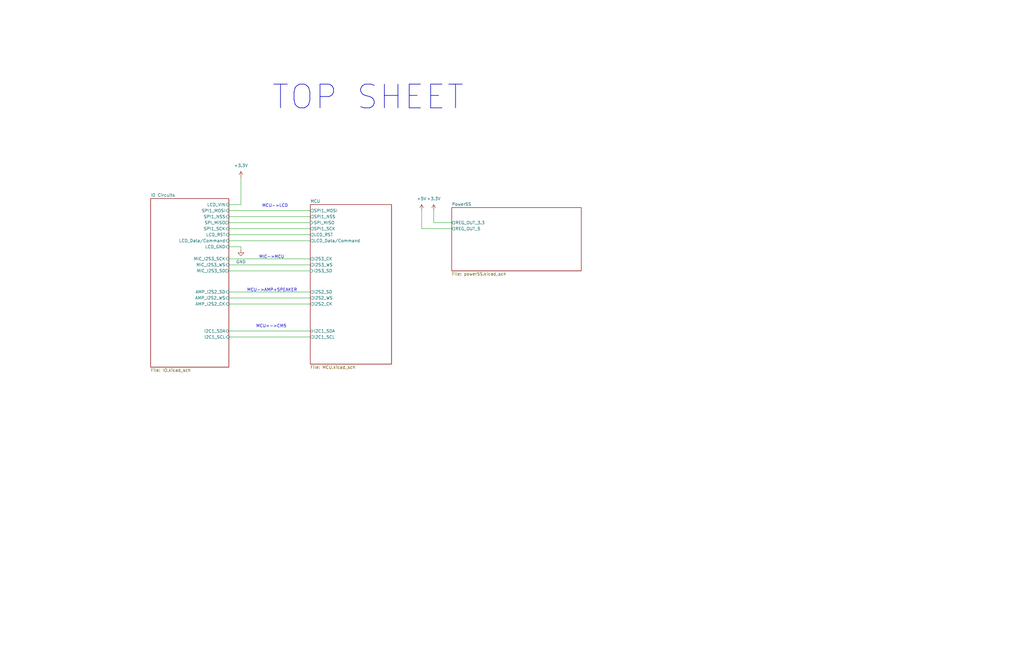
<source format=kicad_sch>
(kicad_sch (version 20211123) (generator eeschema)
  (paper "USLedger")
  (lib_symbols
    (symbol "power:+3.3V" (power) (pin_names (offset 0))
      (property "Value" "+3.3V" (at 0 3.556 0))
      (symbol "+3.3V_0_1"
        (polyline (pts (xy -0.762 1.27) (xy 0 2.54)))
        (polyline (pts (xy 0 0) (xy 0 2.54)))
        (polyline (pts (xy 0 2.54) (xy 0.762 1.27)))
      )
      (symbol "+3.3V_1_1"
        (pin power_in line (at 0 0 90) (length 0) hide (name "+3.3V") (number "1"))
      )
    )
    (symbol "power:+5V" (power) (pin_names (offset 0))
      (property "Value" "+5V" (at 0 3.556 0))
      (symbol "+5V_0_1"
        (polyline (pts (xy -0.762 1.27) (xy 0 2.54)))
        (polyline (pts (xy 0 0) (xy 0 2.54)))
        (polyline (pts (xy 0 2.54) (xy 0.762 1.27)))
      )
      (symbol "+5V_1_1"
        (pin power_in line (at 0 0 90) (length 0) hide (name "+5V") (number "1"))
      )
    )
    (symbol "power:GND" (power) (pin_names (offset 0))
      (property "Value" "GND" (at 0 -3.81 0))
      (symbol "GND_0_1"
        (polyline (pts (xy 0 0) (xy 0 -1.27) (xy 1.27 -1.27) (xy 0 -2.54) (xy -1.27 -1.27) (xy 0 -1.27)))
      )
      (symbol "GND_1_1"
        (pin power_in line (at 0 0 270) (length 0) hide (name "GND") (number "1"))
      )
    )
  )
  (wire (pts (xy 190.5 93.98) (xy 182.88 93.98)))
  (wire (pts (xy 101.6 74.93) (xy 101.6 86.36)))
  (wire (pts (xy 96.52 128.27) (xy 130.81 128.27)))
  (wire (pts (xy 182.88 88.9) (xy 182.88 93.98)))
  (wire (pts (xy 96.52 86.36) (xy 101.6 86.36)))
  (wire (pts (xy 96.52 91.44) (xy 130.81 91.44)))
  (wire (pts (xy 96.52 139.7) (xy 130.81 139.7)))
  (wire (pts (xy 96.52 111.76) (xy 130.81 111.76)))
  (wire (pts (xy 96.52 88.9) (xy 130.81 88.9)))
  (wire (pts (xy 190.5 96.52) (xy 177.8 96.52)))
  (wire (pts (xy 96.52 104.14) (xy 101.6 104.14)))
  (wire (pts (xy 96.52 114.3) (xy 130.81 114.3)))
  (wire (pts (xy 96.52 93.98) (xy 130.81 93.98)))
  (wire (pts (xy 96.52 109.22) (xy 130.81 109.22)))
  (wire (pts (xy 101.6 104.14) (xy 101.6 105.41)))
  (wire (pts (xy 96.52 123.19) (xy 130.81 123.19)))
  (wire (pts (xy 96.52 142.24) (xy 130.81 142.24)))
  (wire (pts (xy 96.52 101.6) (xy 130.81 101.6)))
  (wire (pts (xy 96.52 96.52) (xy 130.81 96.52)))
  (wire (pts (xy 96.52 99.06) (xy 130.81 99.06)))
  (wire (pts (xy 96.52 125.73) (xy 130.81 125.73)))
  (wire (pts (xy 177.8 88.9) (xy 177.8 96.52)))
  (text "MCU->AMP+SPEAKER\n" (at 104.14 123.19 0) (effects (font (size 1.27 1.27)) (justify left bottom)))
  (text "MCU<->CM5\n" (at 107.95 138.43 0) (effects (font (size 1.27 1.27)) (justify left bottom)))
  (text "MIC->MCU\n" (at 109.22 109.22 0) (effects (font (size 1.27 1.27)) (justify left bottom)))
  (text "TOP SHEET\n" (at 114.3 46.99 0) (effects (font (size 10 10) (thickness 0.254) bold) (justify left bottom)))
  (text "MCU->LCD\n" (at 110.49 87.63 0) (effects (font (size 1.27 1.27)) (justify left bottom)))
  (symbol (lib_id "power:GND") (at 101.6 105.41 0) (unit 1)
    (property "Reference" "#PWR0102" (effects hide))
    (property "Value" "GND" (at 101.6 110.49 0))
  )
  (symbol (lib_id "power:+3.3V") (at 182.88 88.9 0) (unit 1)
    (property "Reference" "#PWR0103" (effects hide))
    (property "Value" "+3.3V" (at 182.88 83.82 0))
  )
  (symbol (lib_id "power:+3.3V") (at 101.6 74.93 0) (unit 1)
    (property "Reference" "#PWR0101" (effects hide))
    (property "Value" "+3.3V" (at 101.6 69.85 0))
  )
  (symbol (lib_id "power:+5V") (at 177.8 88.9 0) (unit 1)
    (property "Reference" "#PWR0104" (effects hide))
    (property "Value" "+5V" (at 177.8 83.82 0))
  )
  (sheet (at 190.5 87.63) (size 54.61 26.67) (stroke (width 0.1524))
    (property "Sheet name" "PowerSS" (at 190.5 86.9184 0) (effects (justify left bottom)))
    (property "Sheet file" "powerSS.kicad_sch" (at 190.5 114.8846 0) (effects (justify left top)))
    (pin "REG_OUT_3.3" output (at 190.5 93.98 180))
    (pin "REG_OUT_5" output (at 190.5 96.52 180))
  )
  (sheet (at 63.5 83.82) (size 33.02 71.12) (stroke (width 0.1524))
    (property "Sheet name" "IO Circuits" (at 63.5 83.1084 0) (effects (justify left bottom)))
    (property "Sheet file" "IO.kicad_sch" (at 63.5 155.5246 0) (effects (justify left top)))
    (pin "AMP_I2S2_SD" input (at 96.52 123.19 0))
    (pin "AMP_I2S2_WS" input (at 96.52 125.73 0))
    (pin "AMP_I2S2_CK" input (at 96.52 128.27 0))
    (pin "MIC_I2S3_SCK" input (at 96.52 109.22 0))
    (pin "MIC_I2S3_WS" input (at 96.52 111.76 0))
    (pin "MIC_I2S3_SD" output (at 96.52 114.3 0))
    (pin "SPI_MISO" output (at 96.52 93.98 0))
    (pin "SPI1_MOSI" input (at 96.52 88.9 0))
    (pin "SPI1_NSS" input (at 96.52 91.44 0))
    (pin "LCD_RST" input (at 96.52 99.06 0))
    (pin "LCD_Data{slash}Command" input (at 96.52 101.6 0))
    (pin "SPI1_SCK" input (at 96.52 96.52 0))
    (pin "LCD_VIN" input (at 96.52 86.36 0))
    (pin "LCD_GND" input (at 96.52 104.14 0))
    (pin "I2C1_SDA" bidirectional (at 96.52 139.7 0))
    (pin "I2C1_SCL" input (at 96.52 142.24 0))
  )
  (sheet (at 130.81 86.36) (size 34.29 67.31) (stroke (width 0.1524))
    (property "Sheet name" "MCU" (at 130.81 85.6484 0) (effects (justify left bottom)))
    (property "Sheet file" "MCU.kicad_sch" (at 130.81 154.2546 0) (effects (justify left top)))
    (pin "SPI1_MOSI" output (at 130.81 88.9 180))
    (pin "SPI1_NSS" output (at 130.81 91.44 180))
    (pin "SPI_MISO" input (at 130.81 93.98 180))
    (pin "SPI1_SCK" output (at 130.81 96.52 180))
    (pin "I2C1_SDA" bidirectional (at 130.81 139.7 180))
    (pin "I2S3_WS" output (at 130.81 111.76 180))
    (pin "I2S2_WS" output (at 130.81 125.73 180))
    (pin "I2S2_CK" output (at 130.81 128.27 180))
    (pin "I2C1_SCL" output (at 130.81 142.24 180))
    (pin "I2S3_CK" output (at 130.81 109.22 180))
    (pin "I2S3_SD" input (at 130.81 114.3 180))
    (pin "I2S2_SD" output (at 130.81 123.19 180))
    (pin "LCD_RST" output (at 130.81 99.06 180))
    (pin "LCD_Data{slash}Command" output (at 130.81 101.6 180))
  )
)
</source>
